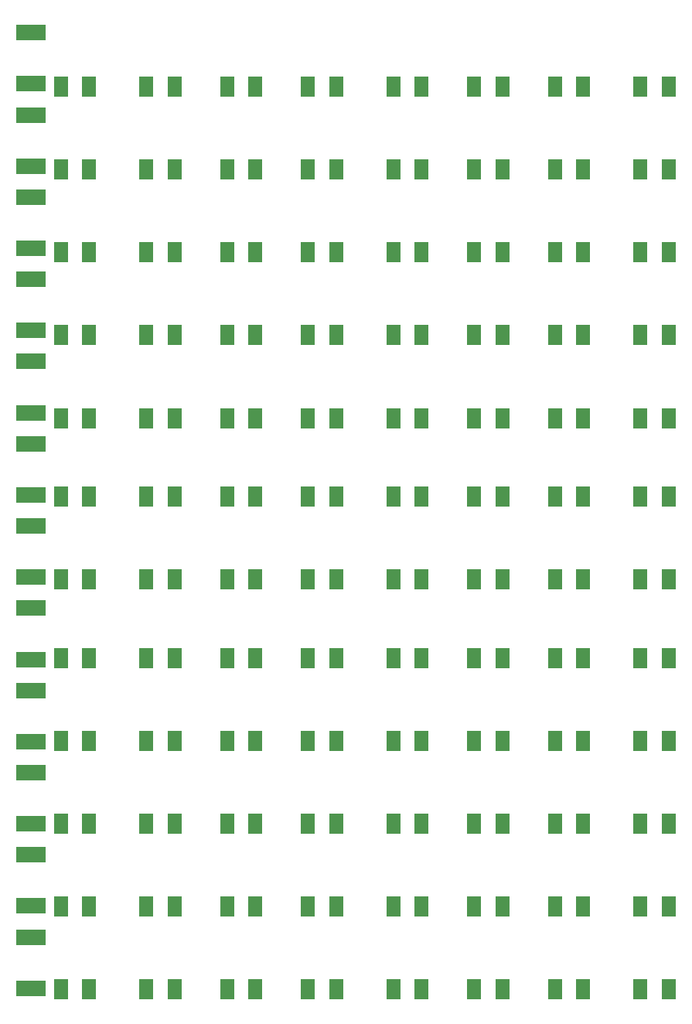
<source format=gbr>
G04 EAGLE Gerber RS-274X export*
G75*
%MOMM*%
%FSLAX34Y34*%
%LPD*%
%INSolderpaste Top*%
%IPPOS*%
%AMOC8*
5,1,8,0,0,1.08239X$1,22.5*%
G01*
%ADD10R,1.500000X2.200000*%
%ADD11R,3.200000X1.800000*%


D10*
X103500Y1029300D03*
X72500Y1029300D03*
X103500Y222100D03*
X72500Y222100D03*
X103500Y131300D03*
X72500Y131300D03*
X103500Y40500D03*
X72500Y40500D03*
X103500Y938500D03*
X72500Y938500D03*
X103500Y847700D03*
X72500Y847700D03*
X103500Y756900D03*
X72500Y756900D03*
X103500Y666100D03*
X72500Y666100D03*
X103500Y580300D03*
X72500Y580300D03*
X103500Y489500D03*
X72500Y489500D03*
X103500Y403700D03*
X72500Y403700D03*
X103500Y312900D03*
X72500Y312900D03*
X197000Y1029300D03*
X166000Y1029300D03*
X197000Y222100D03*
X166000Y222100D03*
X197000Y131300D03*
X166000Y131300D03*
X197000Y40500D03*
X166000Y40500D03*
X197000Y938500D03*
X166000Y938500D03*
X197000Y847700D03*
X166000Y847700D03*
X197000Y756900D03*
X166000Y756900D03*
X197000Y666100D03*
X166000Y666100D03*
X197000Y580300D03*
X166000Y580300D03*
X197000Y489500D03*
X166000Y489500D03*
X197000Y403700D03*
X166000Y403700D03*
X197000Y312900D03*
X166000Y312900D03*
X285500Y1029300D03*
X254500Y1029300D03*
X285500Y222100D03*
X254500Y222100D03*
X285500Y131300D03*
X254500Y131300D03*
X285500Y40500D03*
X254500Y40500D03*
X285500Y938500D03*
X254500Y938500D03*
X285500Y847700D03*
X254500Y847700D03*
X285500Y756900D03*
X254500Y756900D03*
X285500Y666100D03*
X254500Y666100D03*
X285500Y580300D03*
X254500Y580300D03*
X285500Y489500D03*
X254500Y489500D03*
X285500Y403700D03*
X254500Y403700D03*
X285500Y312900D03*
X254500Y312900D03*
X374000Y1029300D03*
X343000Y1029300D03*
X374000Y222100D03*
X343000Y222100D03*
X374000Y131300D03*
X343000Y131300D03*
X374000Y40500D03*
X343000Y40500D03*
X374000Y938500D03*
X343000Y938500D03*
X374000Y847700D03*
X343000Y847700D03*
X374000Y756900D03*
X343000Y756900D03*
X374000Y666100D03*
X343000Y666100D03*
X374000Y580300D03*
X343000Y580300D03*
X374000Y489500D03*
X343000Y489500D03*
X374000Y403700D03*
X343000Y403700D03*
X374000Y312900D03*
X343000Y312900D03*
X467500Y1029300D03*
X436500Y1029300D03*
X467500Y222100D03*
X436500Y222100D03*
X467500Y131300D03*
X436500Y131300D03*
X467500Y40500D03*
X436500Y40500D03*
X467500Y938500D03*
X436500Y938500D03*
X467500Y847700D03*
X436500Y847700D03*
X467500Y756900D03*
X436500Y756900D03*
X467500Y666100D03*
X436500Y666100D03*
X467500Y580300D03*
X436500Y580300D03*
X467500Y489500D03*
X436500Y489500D03*
X467500Y403700D03*
X436500Y403700D03*
X467500Y312900D03*
X436500Y312900D03*
X556000Y1029300D03*
X525000Y1029300D03*
X556000Y222100D03*
X525000Y222100D03*
X556000Y131300D03*
X525000Y131300D03*
X556000Y40500D03*
X525000Y40500D03*
X556000Y938500D03*
X525000Y938500D03*
X556000Y847700D03*
X525000Y847700D03*
X556000Y756900D03*
X525000Y756900D03*
X556000Y666100D03*
X525000Y666100D03*
X556000Y580300D03*
X525000Y580300D03*
X556000Y489500D03*
X525000Y489500D03*
X556000Y403700D03*
X525000Y403700D03*
X556000Y312900D03*
X525000Y312900D03*
X644500Y1029300D03*
X613500Y1029300D03*
X644500Y222100D03*
X613500Y222100D03*
X644500Y131300D03*
X613500Y131300D03*
X644500Y40500D03*
X613500Y40500D03*
X644500Y938500D03*
X613500Y938500D03*
X644500Y847700D03*
X613500Y847700D03*
X644500Y756900D03*
X613500Y756900D03*
X644500Y666100D03*
X613500Y666100D03*
X644500Y580300D03*
X613500Y580300D03*
X644500Y489500D03*
X613500Y489500D03*
X644500Y403700D03*
X613500Y403700D03*
X644500Y312900D03*
X613500Y312900D03*
X738000Y1029300D03*
X707000Y1029300D03*
X738000Y222100D03*
X707000Y222100D03*
X738000Y131300D03*
X707000Y131300D03*
X738000Y40500D03*
X707000Y40500D03*
X738000Y938500D03*
X707000Y938500D03*
X738000Y847700D03*
X707000Y847700D03*
X738000Y756900D03*
X707000Y756900D03*
X738000Y666100D03*
X707000Y666100D03*
X738000Y580300D03*
X707000Y580300D03*
X738000Y489500D03*
X707000Y489500D03*
X738000Y403700D03*
X707000Y403700D03*
X738000Y312900D03*
X707000Y312900D03*
D11*
X40000Y1088000D03*
X40000Y1032000D03*
X40000Y278000D03*
X40000Y222000D03*
X40000Y188000D03*
X40000Y132000D03*
X40000Y98000D03*
X40000Y42000D03*
X40000Y998000D03*
X40000Y942000D03*
X40000Y908000D03*
X40000Y852000D03*
X40000Y818000D03*
X40000Y762000D03*
X40000Y728000D03*
X40000Y672000D03*
X40000Y638000D03*
X40000Y582000D03*
X40000Y548000D03*
X40000Y492000D03*
X40000Y458000D03*
X40000Y402000D03*
X40000Y368000D03*
X40000Y312000D03*
M02*

</source>
